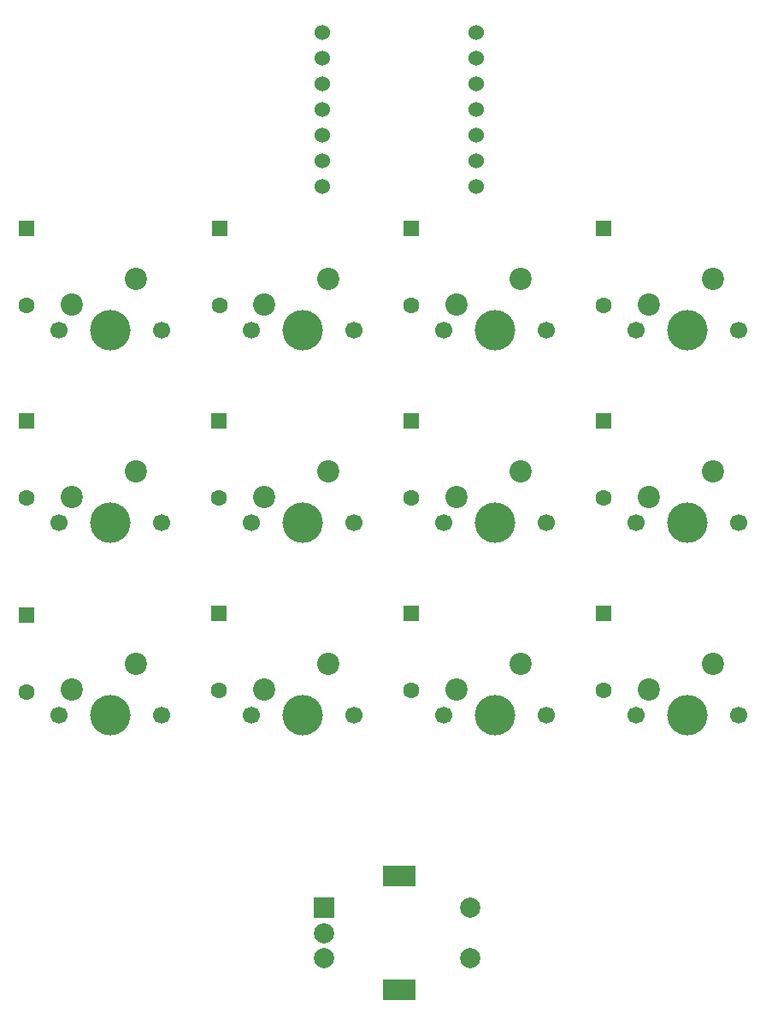
<source format=gbr>
%TF.GenerationSoftware,KiCad,Pcbnew,9.0.6*%
%TF.CreationDate,2025-11-30T21:38:08+01:00*%
%TF.ProjectId,Progetto1,50726f67-6574-4746-9f31-2e6b69636164,rev?*%
%TF.SameCoordinates,Original*%
%TF.FileFunction,Soldermask,Bot*%
%TF.FilePolarity,Negative*%
%FSLAX46Y46*%
G04 Gerber Fmt 4.6, Leading zero omitted, Abs format (unit mm)*
G04 Created by KiCad (PCBNEW 9.0.6) date 2025-11-30 21:38:08*
%MOMM*%
%LPD*%
G01*
G04 APERTURE LIST*
G04 Aperture macros list*
%AMRoundRect*
0 Rectangle with rounded corners*
0 $1 Rounding radius*
0 $2 $3 $4 $5 $6 $7 $8 $9 X,Y pos of 4 corners*
0 Add a 4 corners polygon primitive as box body*
4,1,4,$2,$3,$4,$5,$6,$7,$8,$9,$2,$3,0*
0 Add four circle primitives for the rounded corners*
1,1,$1+$1,$2,$3*
1,1,$1+$1,$4,$5*
1,1,$1+$1,$6,$7*
1,1,$1+$1,$8,$9*
0 Add four rect primitives between the rounded corners*
20,1,$1+$1,$2,$3,$4,$5,0*
20,1,$1+$1,$4,$5,$6,$7,0*
20,1,$1+$1,$6,$7,$8,$9,0*
20,1,$1+$1,$8,$9,$2,$3,0*%
G04 Aperture macros list end*
%ADD10C,1.700000*%
%ADD11C,4.000000*%
%ADD12C,2.200000*%
%ADD13R,2.000000X2.000000*%
%ADD14C,2.000000*%
%ADD15R,3.200000X2.000000*%
%ADD16C,1.524000*%
%ADD17RoundRect,0.250000X-0.550000X0.550000X-0.550000X-0.550000X0.550000X-0.550000X0.550000X0.550000X0*%
%ADD18C,1.600000*%
G04 APERTURE END LIST*
D10*
%TO.C,SW11*%
X159226250Y-119062500D03*
D11*
X164306250Y-119062500D03*
D10*
X169386250Y-119062500D03*
D12*
X166846250Y-113982500D03*
X160496250Y-116522500D03*
%TD*%
D10*
%TO.C,SW1*%
X121126250Y-80962500D03*
D11*
X126206250Y-80962500D03*
D10*
X131286250Y-80962500D03*
D12*
X128746250Y-75882500D03*
X122396250Y-78422500D03*
%TD*%
D10*
%TO.C,SW6*%
X140176250Y-100012500D03*
D11*
X145256250Y-100012500D03*
D10*
X150336250Y-100012500D03*
D12*
X147796250Y-94932500D03*
X141446250Y-97472500D03*
%TD*%
D13*
%TO.C,SW13*%
X147309000Y-138089000D03*
D14*
X147309000Y-143089000D03*
X147309000Y-140589000D03*
D15*
X154809000Y-134989000D03*
X154809000Y-146189000D03*
D14*
X161809000Y-143089000D03*
X161809000Y-138089000D03*
%TD*%
D10*
%TO.C,SW10*%
X140176250Y-119062500D03*
D11*
X145256250Y-119062500D03*
D10*
X150336250Y-119062500D03*
D12*
X147796250Y-113982500D03*
X141446250Y-116522500D03*
%TD*%
D16*
%TO.C,U1*%
X147140000Y-51438500D03*
X147140000Y-53978500D03*
X147140000Y-56518500D03*
X147140000Y-59058500D03*
X147140000Y-61598500D03*
X147140000Y-64138500D03*
X147140000Y-66678500D03*
X162380000Y-66678500D03*
X162380000Y-64138500D03*
X162380000Y-61598500D03*
X162380000Y-59058500D03*
X162380000Y-56518500D03*
X162380000Y-53978500D03*
X162380000Y-51438500D03*
%TD*%
D10*
%TO.C,SW9*%
X121126250Y-119062500D03*
D11*
X126206250Y-119062500D03*
D10*
X131286250Y-119062500D03*
D12*
X128746250Y-113982500D03*
X122396250Y-116522500D03*
%TD*%
D10*
%TO.C,SW3*%
X159226250Y-80962500D03*
D11*
X164306250Y-80962500D03*
D10*
X169386250Y-80962500D03*
D12*
X166846250Y-75882500D03*
X160496250Y-78422500D03*
%TD*%
D10*
%TO.C,SW12*%
X178276250Y-119062500D03*
D11*
X183356250Y-119062500D03*
D10*
X188436250Y-119062500D03*
D12*
X185896250Y-113982500D03*
X179546250Y-116522500D03*
%TD*%
D10*
%TO.C,SW8*%
X178276250Y-100012500D03*
D11*
X183356250Y-100012500D03*
D10*
X188436250Y-100012500D03*
D12*
X185896250Y-94932500D03*
X179546250Y-97472500D03*
%TD*%
D10*
%TO.C,SW2*%
X140176250Y-80962500D03*
D11*
X145256250Y-80962500D03*
D10*
X150336250Y-80962500D03*
D12*
X147796250Y-75882500D03*
X141446250Y-78422500D03*
%TD*%
D10*
%TO.C,SW4*%
X178276250Y-80962500D03*
D11*
X183356250Y-80962500D03*
D10*
X188436250Y-80962500D03*
D12*
X185896250Y-75882500D03*
X179546250Y-78422500D03*
%TD*%
D10*
%TO.C,SW5*%
X121126250Y-100012500D03*
D11*
X126206250Y-100012500D03*
D10*
X131286250Y-100012500D03*
D12*
X128746250Y-94932500D03*
X122396250Y-97472500D03*
%TD*%
D10*
%TO.C,SW7*%
X159226250Y-100012500D03*
D11*
X164306250Y-100012500D03*
D10*
X169386250Y-100012500D03*
D12*
X166846250Y-94932500D03*
X160496250Y-97472500D03*
%TD*%
D17*
%TO.C,D8*%
X136970000Y-70840000D03*
D18*
X136970000Y-78460000D03*
%TD*%
D17*
%TO.C,D13*%
X175006000Y-89916000D03*
D18*
X175006000Y-97536000D03*
%TD*%
D17*
%TO.C,D5*%
X117856000Y-109093000D03*
D18*
X117856000Y-116713000D03*
%TD*%
D17*
%TO.C,D10*%
X155956000Y-89916000D03*
D18*
X155956000Y-97536000D03*
%TD*%
D17*
%TO.C,D6*%
X136906000Y-108966000D03*
D18*
X136906000Y-116586000D03*
%TD*%
D17*
%TO.C,D9*%
X155956000Y-70866000D03*
D18*
X155956000Y-78486000D03*
%TD*%
D17*
%TO.C,D14*%
X175006000Y-70866000D03*
D18*
X175006000Y-78486000D03*
%TD*%
D17*
%TO.C,D7*%
X136906000Y-89916000D03*
D18*
X136906000Y-97536000D03*
%TD*%
D17*
%TO.C,D12*%
X175006000Y-108966000D03*
D18*
X175006000Y-116586000D03*
%TD*%
D17*
%TO.C,D11*%
X155956000Y-108966000D03*
D18*
X155956000Y-116586000D03*
%TD*%
D17*
%TO.C,D3*%
X117856000Y-70866000D03*
D18*
X117856000Y-78486000D03*
%TD*%
D17*
%TO.C,D4*%
X117856000Y-89916000D03*
D18*
X117856000Y-97536000D03*
%TD*%
M02*

</source>
